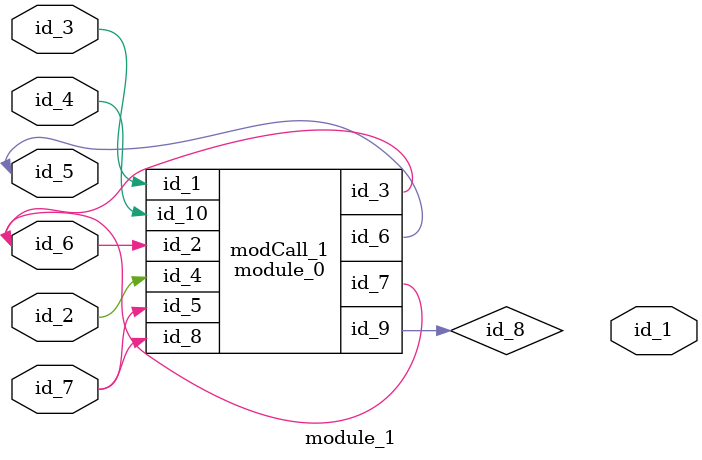
<source format=v>
module module_0 (
    id_1,
    id_2,
    id_3,
    id_4,
    id_5,
    id_6,
    id_7,
    id_8,
    id_9,
    id_10
);
  input wire id_10;
  output wire id_9;
  input wire id_8;
  output wire id_7;
  output wire id_6;
  input wire id_5;
  input wire id_4;
  output wire id_3;
  input wire id_2;
  input wire id_1;
endmodule
module module_1 (
    id_1,
    id_2,
    id_3,
    id_4,
    id_5,
    id_6,
    id_7
);
  input wire id_7;
  inout wire id_6;
  inout wire id_5;
  input wire id_4;
  inout wire id_3;
  inout wire id_2;
  output wire id_1;
  wire id_8;
  module_0 modCall_1 (
      id_3,
      id_6,
      id_6,
      id_2,
      id_7,
      id_5,
      id_6,
      id_7,
      id_8,
      id_4
  );
endmodule

</source>
